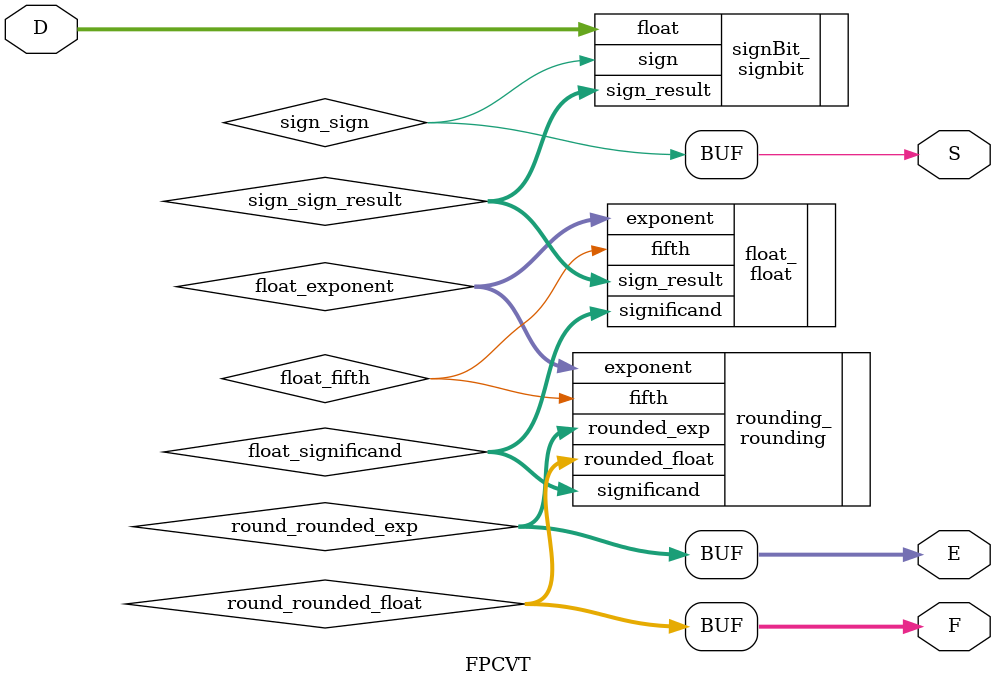
<source format=v>
`timescale 1ns / 1ps
module FPCVT(
S,
E,
F,
D    
);

input [11:0] D;
output reg S;
output reg [2:0] E;
output reg [3:0] F;
integer test;

//signbit
wire [11:0] sign_sign_result;
wire sign_sign;
//float
wire [2:0] float_exponent;
wire [3:0] float_significand;
wire float_fifth;
//rounding
wire [3:0] round_rounded_float;
wire [2:0] round_rounded_exp;

signbit signBit_ (// Outputs
             .sign_result                  (sign_sign_result[11:0]),
             .sign               			 (sign_sign),
             // Inputs
             .float                   		 (D[11:0])
				 );



float float_ (// Outputs
             .exponent                  (float_exponent[2:0]),
             .significand               (float_significand[3:0]),
				 .fifth							 (float_fifth),
             // Inputs
             .sign_result               (sign_sign_result[11:0])
				 );
				 
rounding rounding_ (
				 // Inputs
             .exponent                  (float_exponent[2:0]),
             .significand               (float_significand[3:0]),
				 .fifth							 (float_fifth),
             // Outputs
             .rounded_float                   (round_rounded_float[3:0]),
				 .rounded_exp					 (round_rounded_exp[2:0])
				 );
always @*
begin
	S = sign_sign;
	E = round_rounded_exp;
	F = round_rounded_float;
end
endmodule

</source>
